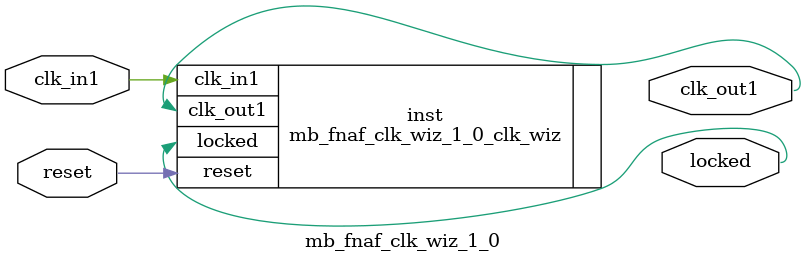
<source format=v>


`timescale 1ps/1ps

(* CORE_GENERATION_INFO = "mb_fnaf_clk_wiz_1_0,clk_wiz_v6_0_11_0_0,{component_name=mb_fnaf_clk_wiz_1_0,use_phase_alignment=true,use_min_o_jitter=false,use_max_i_jitter=false,use_dyn_phase_shift=false,use_inclk_switchover=false,use_dyn_reconfig=false,enable_axi=0,feedback_source=FDBK_AUTO,PRIMITIVE=MMCM,num_out_clk=1,clkin1_period=10.000,clkin2_period=10.000,use_power_down=false,use_reset=true,use_locked=true,use_inclk_stopped=false,feedback_type=SINGLE,CLOCK_MGR_TYPE=NA,manual_override=false}" *)

module mb_fnaf_clk_wiz_1_0 
 (
  // Clock out ports
  output        clk_out1,
  // Status and control signals
  input         reset,
  output        locked,
 // Clock in ports
  input         clk_in1
 );

  mb_fnaf_clk_wiz_1_0_clk_wiz inst
  (
  // Clock out ports  
  .clk_out1(clk_out1),
  // Status and control signals               
  .reset(reset), 
  .locked(locked),
 // Clock in ports
  .clk_in1(clk_in1)
  );

endmodule

</source>
